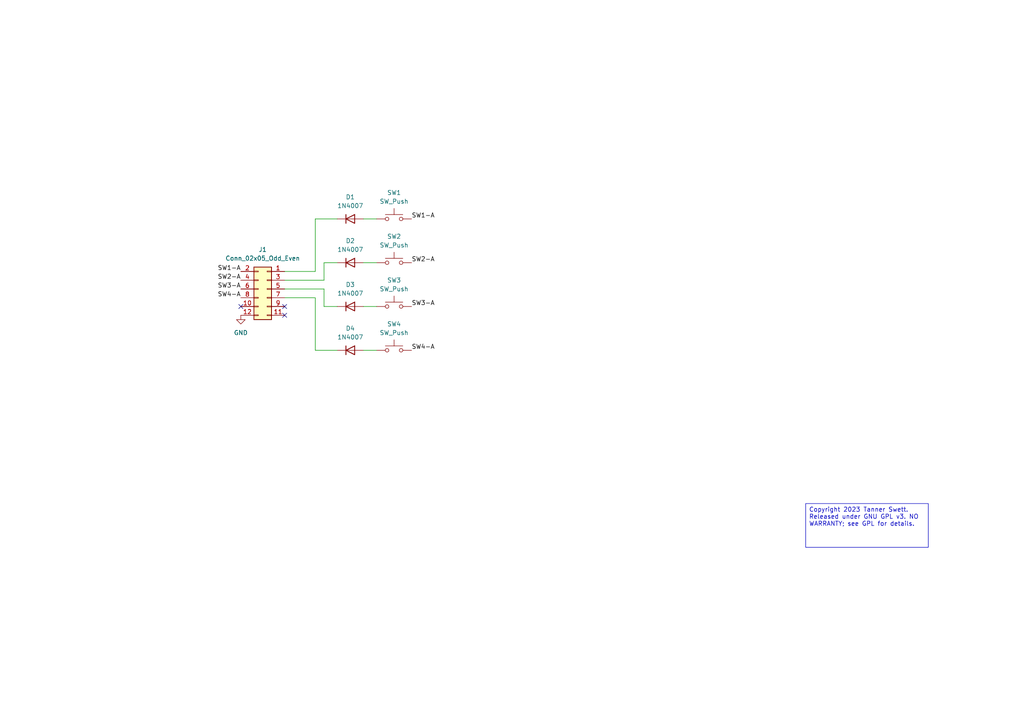
<source format=kicad_sch>
(kicad_sch (version 20230121) (generator eeschema)
  (paper "A4")
  (lib_symbols
    (symbol "Connector_Generic:Conn_02x06_Odd_Even" (pin_names (offset 1.016) hide)
      (property "Reference" "J" (at 1.27 7.62 0))
      (property "Value" "Conn_02x06_Odd_Even" (at 1.27 -10.16 0))
      (symbol "Conn_02x06_Odd_Even_1_1"
        (rectangle (start -1.27 -7.493) (end 0 -7.747) (stroke (width 0.1524)))
        (rectangle (start -1.27 -4.953) (end 0 -5.207) (stroke (width 0.1524)))
        (rectangle (start -1.27 -2.413) (end 0 -2.667) (stroke (width 0.1524)))
        (rectangle (start -1.27 0.127) (end 0 -0.127) (stroke (width 0.1524)))
        (rectangle (start -1.27 2.667) (end 0 2.413) (stroke (width 0.1524)))
        (rectangle (start -1.27 5.207) (end 0 4.953) (stroke (width 0.1524)))
        (rectangle (start -1.27 6.35) (end 3.81 -8.89) (stroke (width 0.254)) (fill (type background)))
        (rectangle (start 3.81 -7.493) (end 2.54 -7.747) (stroke (width 0.1524)))
        (rectangle (start 3.81 -4.953) (end 2.54 -5.207) (stroke (width 0.1524)))
        (rectangle (start 3.81 -2.413) (end 2.54 -2.667) (stroke (width 0.1524)))
        (rectangle (start 3.81 0.127) (end 2.54 -0.127) (stroke (width 0.1524)))
        (rectangle (start 3.81 2.667) (end 2.54 2.413) (stroke (width 0.1524)))
        (rectangle (start 3.81 5.207) (end 2.54 4.953) (stroke (width 0.1524)))
        (pin passive line (at -5.08 5.08 0) (length 3.81) (name "Pin_1") (number "1"))
        (pin passive line (at 7.62 -5.08 180) (length 3.81) (name "Pin_10") (number "10"))
        (pin passive line (at -5.08 -7.62 0) (length 3.81) (name "Pin_11") (number "11"))
        (pin passive line (at 7.62 -7.62 180) (length 3.81) (name "Pin_12") (number "12"))
        (pin passive line (at 7.62 5.08 180) (length 3.81) (name "Pin_2") (number "2"))
        (pin passive line (at -5.08 2.54 0) (length 3.81) (name "Pin_3") (number "3"))
        (pin passive line (at 7.62 2.54 180) (length 3.81) (name "Pin_4") (number "4"))
        (pin passive line (at -5.08 0 0) (length 3.81) (name "Pin_5") (number "5"))
        (pin passive line (at 7.62 0 180) (length 3.81) (name "Pin_6") (number "6"))
        (pin passive line (at -5.08 -2.54 0) (length 3.81) (name "Pin_7") (number "7"))
        (pin passive line (at 7.62 -2.54 180) (length 3.81) (name "Pin_8") (number "8"))
        (pin passive line (at -5.08 -5.08 0) (length 3.81) (name "Pin_9") (number "9"))
      )
    )
    (symbol "Diode:1N4007" (pin_numbers hide) (pin_names hide)
      (property "Reference" "D" (at 0 2.54 0))
      (property "Value" "1N4007" (at 0 -2.54 0))
      (symbol "1N4007_0_1"
        (polyline (pts (xy -1.27 1.27) (xy -1.27 -1.27)) (stroke (width 0.254)))
        (polyline (pts (xy 1.27 0) (xy -1.27 0)))
        (polyline (pts (xy 1.27 1.27) (xy 1.27 -1.27) (xy -1.27 0) (xy 1.27 1.27)) (stroke (width 0.254)))
      )
      (symbol "1N4007_1_1"
        (pin passive line (at -3.81 0 0) (length 2.54) (name "K") (number "1"))
        (pin passive line (at 3.81 0 180) (length 2.54) (name "A") (number "2"))
      )
    )
    (symbol "Switch:SW_Push" (pin_numbers hide) (pin_names (offset 1.016) hide)
      (property "Reference" "SW" (at 1.27 2.54 0))
      (property "Value" "SW_Push" (at 0 -1.524 0))
      (symbol "SW_Push_0_1"
        (circle (center -2.032 0) (radius 0.508))
        (polyline (pts (xy 0 1.27) (xy 0 3.048)))
        (polyline (pts (xy 2.54 1.27) (xy -2.54 1.27)))
        (circle (center 2.032 0) (radius 0.508))
        (pin passive line (at -5.08 0 0) (length 2.54) (name "1") (number "1"))
        (pin passive line (at 5.08 0 180) (length 2.54) (name "2") (number "2"))
      )
    )
    (symbol "power:GND" (power) (pin_names (offset 0))
      (property "Value" "GND" (at 0 -3.81 0))
      (symbol "GND_0_1"
        (polyline (pts (xy 0 0) (xy 0 -1.27) (xy 1.27 -1.27) (xy 0 -2.54) (xy -1.27 -1.27) (xy 0 -1.27)))
      )
      (symbol "GND_1_1"
        (pin power_in line (at 0 0 270) (length 0) hide (name "GND") (number "1"))
      )
    )
  )
  (no_connect (at 82.55 88.9))
  (no_connect (at 69.85 88.9))
  (no_connect (at 82.55 91.44))
  (wire (pts (xy 105.41 88.9) (xy 109.22 88.9)))
  (wire (pts (xy 91.44 63.5) (xy 97.79 63.5)))
  (wire (pts (xy 82.55 78.74) (xy 91.44 78.74)))
  (wire (pts (xy 93.98 83.82) (xy 93.98 88.9)))
  (wire (pts (xy 93.98 81.28) (xy 93.98 76.2)))
  (wire (pts (xy 93.98 88.9) (xy 97.79 88.9)))
  (wire (pts (xy 105.41 63.5) (xy 109.22 63.5)))
  (wire (pts (xy 82.55 86.36) (xy 91.44 86.36)))
  (wire (pts (xy 105.41 76.2) (xy 109.22 76.2)))
  (wire (pts (xy 91.44 86.36) (xy 91.44 101.6)))
  (wire (pts (xy 91.44 101.6) (xy 97.79 101.6)))
  (wire (pts (xy 91.44 78.74) (xy 91.44 63.5)))
  (wire (pts (xy 93.98 76.2) (xy 97.79 76.2)))
  (wire (pts (xy 82.55 83.82) (xy 93.98 83.82)))
  (wire (pts (xy 105.41 101.6) (xy 109.22 101.6)))
  (wire (pts (xy 82.55 81.28) (xy 93.98 81.28)))
  (text_box "Copyright 2023 Tanner Swett. Released under GNU GPL v3. NO WARRANTY; see GPL for details." (at 233.68 146.05 0) (size 35.56 12.7) (effects (font (size 1.27 1.27)) (justify left top)))
  (label "SW3-A" (at 119.38 88.9 0))
  (label "SW1-A" (at 119.38 63.5 0))
  (label "SW3-A" (at 69.85 83.82 180))
  (label "SW1-A" (at 69.85 78.74 180))
  (label "SW4-A" (at 119.38 101.6 0))
  (label "SW4-A" (at 69.85 86.36 180))
  (label "SW2-A" (at 69.85 81.28 180))
  (label "SW2-A" (at 119.38 76.2 0))
  (symbol (lib_id "Diode:1N4007") (at 101.6 63.5 0) (unit 1)
    (property "Reference" "D1" (at 101.6 57.15 0))
    (property "Value" "1N4007" (at 101.6 59.69 0))
    (property "Footprint" "Diode_THT:D_DO-41_SOD81_P10.16mm_Horizontal" (effects hide))
    (property "Datasheet" "http://www.vishay.com/docs/88503/1n4001.pdf" (effects hide))
    (property "Sim.Device" "D" (effects hide))
    (property "Sim.Pins" "1=K 2=A" (effects hide))
  )
  (symbol (lib_id "Diode:1N4007") (at 101.6 101.6 0) (unit 1)
    (property "Reference" "D4" (at 101.6 95.25 0))
    (property "Value" "1N4007" (at 101.6 97.79 0))
    (property "Footprint" "Diode_THT:D_DO-41_SOD81_P10.16mm_Horizontal" (effects hide))
    (property "Datasheet" "http://www.vishay.com/docs/88503/1n4001.pdf" (effects hide))
    (property "Sim.Device" "D" (effects hide))
    (property "Sim.Pins" "1=K 2=A" (effects hide))
  )
  (symbol (lib_id "Switch:SW_Push") (at 114.3 88.9 0) (unit 1)
    (property "Reference" "SW3" (at 114.3 81.28 0))
    (property "Value" "SW_Push" (at 114.3 83.82 0))
    (property "Footprint" "CLAW001:1528-4954-ND" (effects hide))
  )
  (symbol (lib_id "Diode:1N4007") (at 101.6 76.2 0) (unit 1)
    (property "Reference" "D2" (at 101.6 69.85 0))
    (property "Value" "1N4007" (at 101.6 72.39 0))
    (property "Footprint" "Diode_THT:D_DO-41_SOD81_P10.16mm_Horizontal" (effects hide))
    (property "Datasheet" "http://www.vishay.com/docs/88503/1n4001.pdf" (effects hide))
    (property "Sim.Device" "D" (effects hide))
    (property "Sim.Pins" "1=K 2=A" (effects hide))
  )
  (symbol (lib_id "Switch:SW_Push") (at 114.3 63.5 0) (unit 1)
    (property "Reference" "SW1" (at 114.3 55.88 0))
    (property "Value" "SW_Push" (at 114.3 58.42 0))
    (property "Footprint" "CLAW001:1528-4954-ND" (effects hide))
  )
  (symbol (lib_id "Switch:SW_Push") (at 114.3 101.6 0) (unit 1)
    (property "Reference" "SW4" (at 114.3 93.98 0))
    (property "Value" "SW_Push" (at 114.3 96.52 0))
    (property "Footprint" "CLAW001:1528-4954-ND" (effects hide))
  )
  (symbol (lib_id "Diode:1N4007") (at 101.6 88.9 0) (unit 1)
    (property "Reference" "D3" (at 101.6 82.55 0))
    (property "Value" "1N4007" (at 101.6 85.09 0))
    (property "Footprint" "Diode_THT:D_DO-41_SOD81_P10.16mm_Horizontal" (effects hide))
    (property "Datasheet" "http://www.vishay.com/docs/88503/1n4001.pdf" (effects hide))
    (property "Sim.Device" "D" (effects hide))
    (property "Sim.Pins" "1=K 2=A" (effects hide))
  )
  (symbol (lib_id "power:GND") (at 69.85 91.44 0) (unit 1)
    (property "Reference" "#PWR01" (effects hide))
    (property "Value" "GND" (at 69.85 96.52 0))
  )
  (symbol (lib_id "Switch:SW_Push") (at 114.3 76.2 0) (unit 1)
    (property "Reference" "SW2" (at 114.3 68.58 0))
    (property "Value" "SW_Push" (at 114.3 71.12 0))
    (property "Footprint" "CLAW001:1528-4954-ND" (effects hide))
  )
  (symbol (lib_id "Connector_Generic:Conn_02x06_Odd_Even") (at 77.47 83.82 0) (mirror y) (unit 1)
    (property "Reference" "J1" (at 76.2 72.39 0))
    (property "Value" "Conn_02x05_Odd_Even" (at 76.2 74.93 0))
    (property "Footprint" "Connector_PinHeader_2.54mm:PinHeader_2x06_P2.54mm_Vertical" (effects hide))
  )
)
</source>
